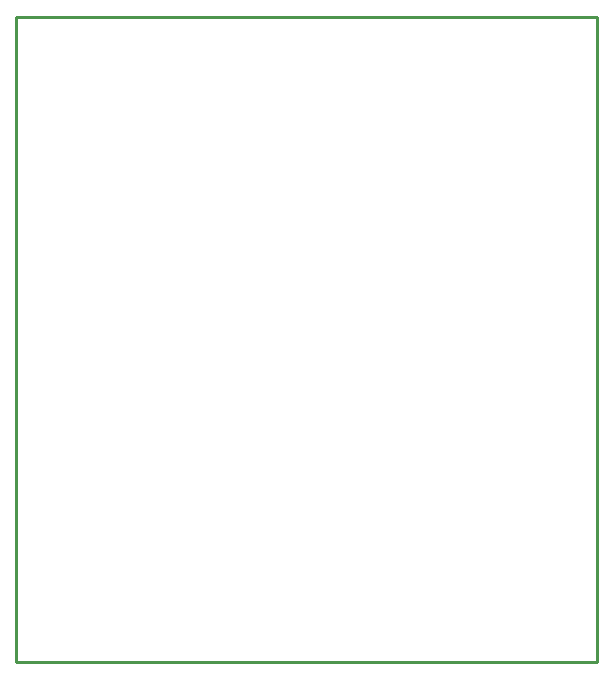
<source format=gbr>
G04 EAGLE Gerber RS-274X export*
G75*
%MOMM*%
%FSLAX34Y34*%
%LPD*%
%IN*%
%IPPOS*%
%AMOC8*
5,1,8,0,0,1.08239X$1,22.5*%
G01*
%ADD10C,0.254000*%


D10*
X469900Y228600D02*
X961900Y228600D01*
X961900Y774600D01*
X469900Y774600D01*
X469900Y228600D01*
M02*

</source>
